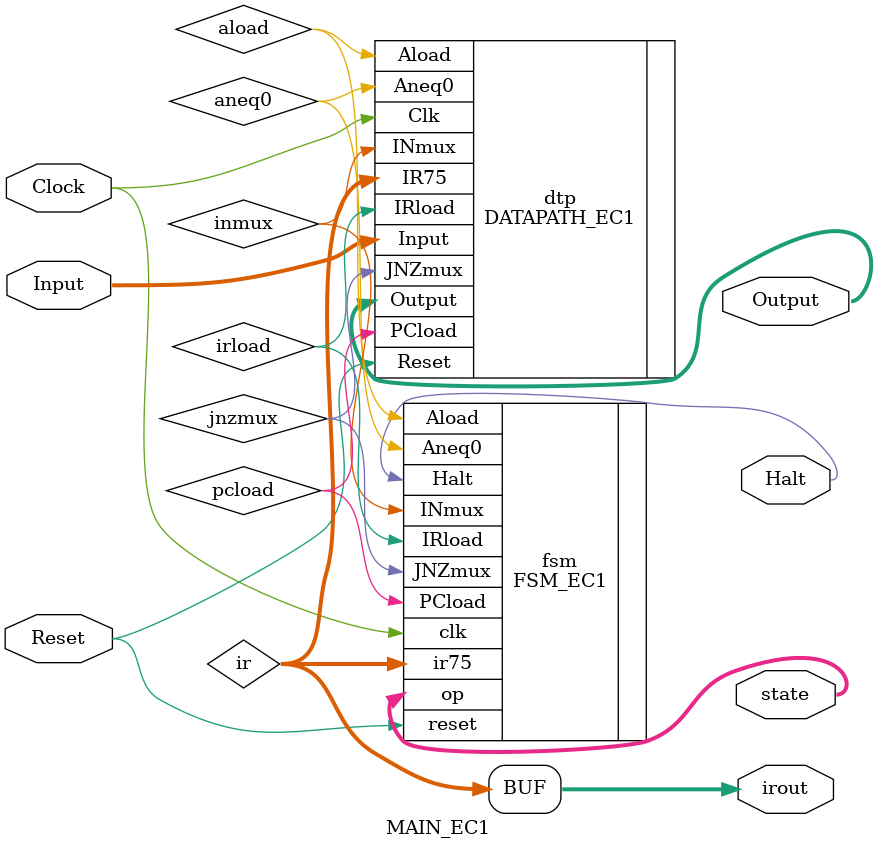
<source format=v>
`timescale 1ns / 1ps

module MAIN_EC1(
    input [7:0]Input,
    input Clock,
    input Reset,
    output Halt,
    output [7:0]Output,
	 output [2:0]state,
	 output [2:0]irout
    ); 
	
	wire inmux,aload,irload,pcload,jnzmux,aneq0;
	wire [2:0]ir,state;
	
	
	DATAPATH_EC1 dtp(.Input(Input),.INmux(inmux),.Aload(aload),.Reset(Reset),.Clk(Clock),.IRload(irload),.PCload(pcload),.JNZmux(jnzmux),.IR75(ir),.Aneq0(aneq0),.Output(Output));


	FSM_EC1 fsm(.ir75(ir),.op(state),.clk(Clock),.reset(Reset),.Aneq0(aneq0),.IRload(irload),.PCload(pcload),.INmux(inmux),.Aload(aload),.JNZmux(jnzmux),.Halt(Halt));

assign irout = ir;
endmodule

</source>
